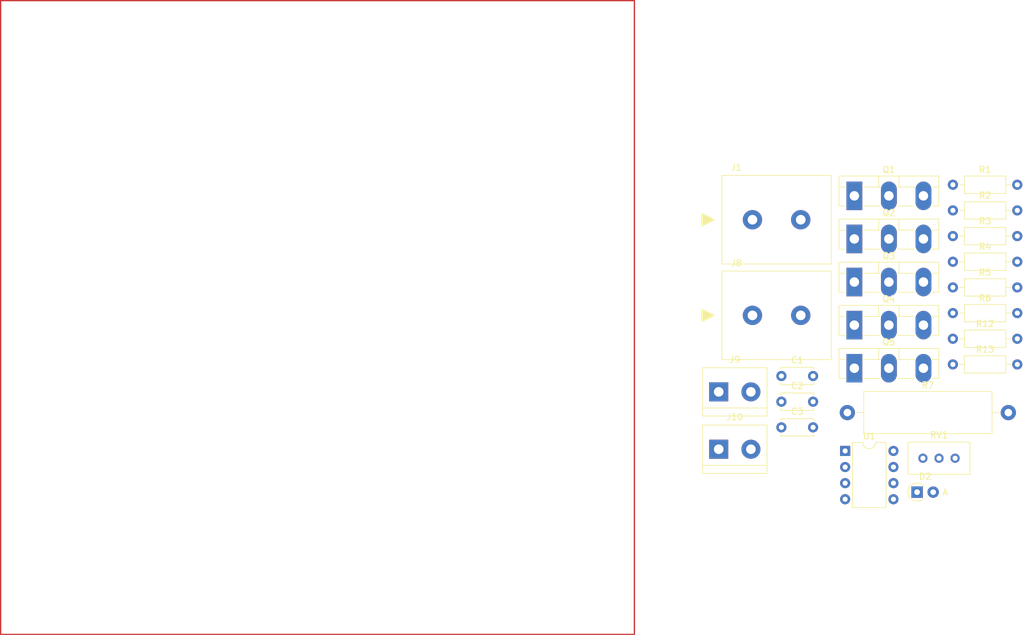
<source format=kicad_pcb>
(kicad_pcb (version 20240108) (generator "pcbnew") (generator_version "8.0")
  (layers (0 "F.Cu" signal) (31 "B.Cu" signal) (34 "B.Paste" user) (35 "F.Paste" user) (36 "B.SilkS" user "B.Silkscreen") (37 "F.SilkS" user "F.Silkscreen") (38 "B.Mask" user) (39 "F.Mask" user) (44 "Edge.Cuts" user))
  (net 0 "")
  (net 1 "VCC")
  (net 2 "GND")
  (net 3 "Net-(J1-Pin_1)")
  (net 4 "Net-(J1-Pin_2)")
  (net 5 "/HP2")
  (net 6 "/HP1")
  (net 7 "/HN1")
  (net 8 "/HN2")
  (net 9 "Net-(Q2-S)")
  (net 10 "Net-(Q5-G)")
  (net 11 "Net-(Q5-S)")
  (net 12 "Net-(R5-Pad1)")
  (net 13 "Net-(U1A--)")
  (net 14 "Net-(U1B-+)")
  (net 15 "Net-(U1A-+)")
  (net 16 "Net-(U1B--)")
  (footprint "Potentiometer_THT:Potentiometer_Bourns_3296W_Vertical" (layer "F.Cu") (at 226.6 121.2)
    (property "Reference" "RV1" (at -2.54 -3.66 0) (layer "F.SilkS"))
    (property "Value" "3296W-1-103LF")
    (fp_line (start -7.425 -2.53) (end -7.425 2.54) (stroke (width 0.12)) (layer "F.SilkS"))
    (fp_line (start -7.425 -2.53) (end 2.345 -2.53) (stroke (width 0.12)) (layer "F.SilkS"))
    (fp_line (start -7.425 2.54) (end 2.345 2.54) (stroke (width 0.12)) (layer "F.SilkS"))
    (fp_line (start 2.345 -2.53) (end 2.345 2.54) (stroke (width 0.12)) (layer "F.SilkS"))
    (pad "1" thru_hole circle (at 0 0) (size 1.44 1.44) (drill 0.8) (layers "*.Cu" "*.Mask") (net 1 "VCC"))
    (pad "2" thru_hole circle (at -2.54 0) (size 1.44 1.44) (drill 0.8) (layers "*.Cu" "*.Mask") (net 15 "Net-(U1A-+)"))
    (pad "3" thru_hole circle (at -5.08 0) (size 1.44 1.44) (drill 0.8) (layers "*.Cu" "*.Mask") (net 2 "GND"))
  )
  (footprint "Capacitor_THT:C_Disc_D5.0mm_W2.5mm_P5.00mm" (layer "F.Cu") (at 199.19 112.28)
    (property "Reference" "C2" (at 2.5 -2.5 0) (layer "F.SilkS"))
    (property "Value" "474C25")
    (fp_line (start -0.12 -1.37) (end -0.12 -1.055) (stroke (width 0.12)) (layer "F.SilkS"))
    (fp_line (start -0.12 -1.37) (end 5.12 -1.37) (stroke (width 0.12)) (layer "F.SilkS"))
    (fp_line (start -0.12 1.055) (end -0.12 1.37) (stroke (width 0.12)) (layer "F.SilkS"))
    (fp_line (start -0.12 1.37) (end 5.12 1.37) (stroke (width 0.12)) (layer "F.SilkS"))
    (fp_line (start 5.12 -1.37) (end 5.12 -1.055) (stroke (width 0.12)) (layer "F.SilkS"))
    (fp_line (start 5.12 1.055) (end 5.12 1.37) (stroke (width 0.12)) (layer "F.SilkS"))
    (pad "1" thru_hole circle (at 0 0) (size 1.6 1.6) (drill 0.8) (layers "*.Cu" "*.Mask") (net 1 "VCC"))
    (pad "2" thru_hole circle (at 5 0) (size 1.6 1.6) (drill 0.8) (layers "*.Cu" "*.Mask") (net 2 "GND"))
  )
  (footprint "0_Terminal_Sato:ML-40-S1BYF-2P" (layer "F.Cu") (at 194.625 83.57)
    (property "Reference" "J1" (at -2.54 -8.255 0) (layer "F.SilkS"))
    (property "Value" "ML-40-S1BYF-2P")
    (fp_rect (start -4.826 -6.985) (end 12.446 6.985) (stroke (width 0.12)) (fill none) (layer "F.SilkS"))
    (fp_poly (pts (xy -6 0) (xy -8 -1) (xy -8 1)) (stroke (width 0.12)) (fill solid) (layer "F.SilkS"))
    (pad "1" thru_hole circle (at 0 0) (size 3.048 3.048) (drill 1.524) (layers "*.Cu" "*.Mask") (net 3 "Net-(J1-Pin_1)"))
    (pad "2" thru_hole circle (at 7.62 0) (size 3.048 3.048) (drill 1.524) (layers "*.Cu" "*.Mask") (net 4 "Net-(J1-Pin_2)"))
  )
  (footprint "Package_DIP:DIP-8_W7.62mm" (layer "F.Cu") (at 209.25 120.05)
    (property "Reference" "U1" (at 3.81 -2.33 0) (layer "F.SilkS"))
    (property "Value" "LM358")
    (fp_line (start 1.16 -1.33) (end 1.16 8.95) (stroke (width 0.12)) (layer "F.SilkS"))
    (fp_line (start 1.16 8.95) (end 6.46 8.95) (stroke (width 0.12)) (layer "F.SilkS"))
    (fp_line (start 2.81 -1.33) (end 1.16 -1.33) (stroke (width 0.12)) (layer "F.SilkS"))
    (fp_line (start 6.46 -1.33) (end 4.81 -1.33) (stroke (width 0.12)) (layer "F.SilkS"))
    (fp_line (start 6.46 8.95) (end 6.46 -1.33) (stroke (width 0.12)) (layer "F.SilkS"))
    (fp_arc (start 4.81 -1.33) (mid 3.81 -0.33) (end 2.81 -1.33) (stroke (width 0.12)) (layer "F.SilkS"))
    (pad "1" thru_hole rect (at 0 0) (size 1.6 1.6) (drill 0.8) (layers "*.Cu" "*.Mask") (net 12 "Net-(R5-Pad1)"))
    (pad "2" thru_hole oval (at 0 2.54) (size 1.6 1.6) (drill 0.8) (layers "*.Cu" "*.Mask") (net 13 "Net-(U1A--)"))
    (pad "3" thru_hole oval (at 0 5.08) (size 1.6 1.6) (drill 0.8) (layers "*.Cu" "*.Mask") (net 15 "Net-(U1A-+)"))
    (pad "4" thru_hole oval (at 0 7.62) (size 1.6 1.6) (drill 0.8) (layers "*.Cu" "*.Mask") (net 2 "GND"))
    (pad "5" thru_hole oval (at 7.62 7.62) (size 1.6 1.6) (drill 0.8) (layers "*.Cu" "*.Mask") (net 14 "Net-(U1B-+)"))
    (pad "6" thru_hole oval (at 7.62 5.08) (size 1.6 1.6) (drill 0.8) (layers "*.Cu" "*.Mask") (net 16 "Net-(U1B--)"))
    (pad "7" thru_hole oval (at 7.62 2.54) (size 1.6 1.6) (drill 0.8) (layers "*.Cu" "*.Mask") (net 16 "Net-(U1B--)"))
    (pad "8" thru_hole oval (at 7.62 0) (size 1.6 1.6) (drill 0.8) (layers "*.Cu" "*.Mask") (net 1 "VCC"))
  )
  (footprint "Package_TO_SOT_THT:TO-3P-3_Vertical" (layer "F.Cu") (at 210.7 107)
    (property "Reference" "Q5" (at 5.45 -4.12 0) (layer "F.SilkS"))
    (property "Value" "2SK2232")
    (fp_line (start -2.42 -3.12) (end -2.42 1.62) (stroke (width 0.12)) (layer "F.SilkS"))
    (fp_line (start -2.42 -3.12) (end 13.32 -3.12) (stroke (width 0.12)) (layer "F.SilkS"))
    (fp_line (start -2.42 -1.38) (end -1.4 -1.38) (stroke (width 0.12)) (layer "F.SilkS"))
    (fp_line (start -2.42 1.62) (end -1.4 1.62) (stroke (width 0.12)) (layer "F.SilkS"))
    (fp_line (start 1.4 -1.38) (end 4.051 -1.38) (stroke (width 0.12)) (layer "F.SilkS"))
    (fp_line (start 1.4 1.62) (end 4.051 1.62) (stroke (width 0.12)) (layer "F.SilkS"))
    (fp_line (start 3.85 -3.12) (end 3.85 -1.38) (stroke (width 0.12)) (layer "F.SilkS"))
    (fp_line (start 6.85 -1.38) (end 9.5 -1.38) (stroke (width 0.12)) (layer "F.SilkS"))
    (fp_line (start 6.85 1.62) (end 9.5 1.62) (stroke (width 0.12)) (layer "F.SilkS"))
    (fp_line (start 7.051 -3.12) (end 7.051 -1.38) (stroke (width 0.12)) (layer "F.SilkS"))
    (fp_line (start 12.3 -1.38) (end 13.32 -1.38) (stroke (width 0.12)) (layer "F.SilkS"))
    (fp_line (start 12.3 1.62) (end 13.32 1.62) (stroke (width 0.12)) (layer "F.SilkS"))
    (fp_line (start 13.32 -3.12) (end 13.32 1.62) (stroke (width 0.12)) (layer "F.SilkS"))
    (pad "1" thru_hole rect (at 0 0) (size 2.5 4.5) (drill 1.5) (layers "*.Cu" "*.Mask") (net 10 "Net-(Q5-G)"))
    (pad "2" thru_hole oval (at 5.45 0) (size 2.5 4.5) (drill 1.5) (layers "*.Cu" "*.Mask") (net 9 "Net-(Q2-S)"))
    (pad "3" thru_hole oval (at 10.9 0) (size 2.5 4.5) (drill 1.5) (layers "*.Cu" "*.Mask") (net 11 "Net-(Q5-S)"))
  )
  (footprint "Resistor_THT:R_Axial_DIN0207_L6.3mm_D2.5mm_P10.16mm_Horizontal" (layer "F.Cu") (at 226.25 90.2)
    (property "Reference" "R4" (at 5.08 -2.37 0) (layer "F.SilkS"))
    (property "Value" "103C1S4")
    (fp_line (start 1.04 0) (end 1.81 0) (stroke (width 0.12)) (layer "F.SilkS"))
    (fp_line (start 1.81 -1.37) (end 1.81 1.37) (stroke (width 0.12)) (layer "F.SilkS"))
    (fp_line (start 1.81 1.37) (end 8.35 1.37) (stroke (width 0.12)) (layer "F.SilkS"))
    (fp_line (start 8.35 -1.37) (end 1.81 -1.37) (stroke (width 0.12)) (layer "F.SilkS"))
    (fp_line (start 8.35 1.37) (end 8.35 -1.37) (stroke (width 0.12)) (layer "F.SilkS"))
    (fp_line (start 9.12 0) (end 8.35 0) (stroke (width 0.12)) (layer "F.SilkS"))
    (pad "1" thru_hole circle (at 0 0) (size 1.6 1.6) (drill 0.8) (layers "*.Cu" "*.Mask") (net 8 "/HN2"))
    (pad "2" thru_hole oval (at 10.16 0) (size 1.6 1.6) (drill 0.8) (layers "*.Cu" "*.Mask") (net 9 "Net-(Q2-S)"))
  )
  (footprint "Resistor_THT:R_Axial_DIN0207_L6.3mm_D2.5mm_P10.16mm_Horizontal" (layer "F.Cu") (at 226.25 106.4)
    (property "Reference" "R13" (at 5.08 -2.37 0) (layer "F.SilkS"))
    (property "Value" "103C1S4")
    (fp_line (start 1.04 0) (end 1.81 0) (stroke (width 0.12)) (layer "F.SilkS"))
    (fp_line (start 1.81 -1.37) (end 1.81 1.37) (stroke (width 0.12)) (layer "F.SilkS"))
    (fp_line (start 1.81 1.37) (end 8.35 1.37) (stroke (width 0.12)) (layer "F.SilkS"))
    (fp_line (start 8.35 -1.37) (end 1.81 -1.37) (stroke (width 0.12)) (layer "F.SilkS"))
    (fp_line (start 8.35 1.37) (end 8.35 -1.37) (stroke (width 0.12)) (layer "F.SilkS"))
    (fp_line (start 9.12 0) (end 8.35 0) (stroke (width 0.12)) (layer "F.SilkS"))
    (pad "1" thru_hole circle (at 0 0) (size 1.6 1.6) (drill 0.8) (layers "*.Cu" "*.Mask") (net 14 "Net-(U1B-+)"))
    (pad "2" thru_hole oval (at 10.16 0) (size 1.6 1.6) (drill 0.8) (layers "*.Cu" "*.Mask") (net 2 "GND"))
  )
  (footprint "Package_TO_SOT_THT:TO-3P-3_Vertical" (layer "F.Cu") (at 210.7 93.4)
    (property "Reference" "Q3" (at 5.45 -4.12 0) (layer "F.SilkS"))
    (property "Value" "2SJ334")
    (fp_line (start -2.42 -3.12) (end -2.42 1.62) (stroke (width 0.12)) (layer "F.SilkS"))
    (fp_line (start -2.42 -3.12) (end 13.32 -3.12) (stroke (width 0.12)) (layer "F.SilkS"))
    (fp_line (start -2.42 -1.38) (end -1.4 -1.38) (stroke (width 0.12)) (layer "F.SilkS"))
    (fp_line (start -2.42 1.62) (end -1.4 1.62) (stroke (width 0.12)) (layer "F.SilkS"))
    (fp_line (start 1.4 -1.38) (end 4.051 -1.38) (stroke (width 0.12)) (layer "F.SilkS"))
    (fp_line (start 1.4 1.62) (end 4.051 1.62) (stroke (width 0.12)) (layer "F.SilkS"))
    (fp_line (start 3.85 -3.12) (end 3.85 -1.38) (stroke (width 0.12)) (layer "F.SilkS"))
    (fp_line (start 6.85 -1.38) (end 9.5 -1.38) (stroke (width 0.12)) (layer "F.SilkS"))
    (fp_line (start 6.85 1.62) (end 9.5 1.62) (stroke (width 0.12)) (layer "F.SilkS"))
    (fp_line (start 7.051 -3.12) (end 7.051 -1.38) (stroke (width 0.12)) (layer "F.SilkS"))
    (fp_line (start 12.3 -1.38) (end 13.32 -1.38) (stroke (width 0.12)) (layer "F.SilkS"))
    (fp_line (start 12.3 1.62) (end 13.32 1.62) (stroke (width 0.12)) (layer "F.SilkS"))
    (fp_line (start 13.32 -3.12) (end 13.32 1.62) (stroke (width 0.12)) (layer "F.SilkS"))
    (pad "1" thru_hole rect (at 0 0) (size 2.5 4.5) (drill 1.5) (layers "*.Cu" "*.Mask") (net 6 "/HP1"))
    (pad "2" thru_hole oval (at 5.45 0) (size 2.5 4.5) (drill 1.5) (layers "*.Cu" "*.Mask") (net 3 "Net-(J1-Pin_1)"))
    (pad "3" thru_hole oval (at 10.9 0) (size 2.5 4.5) (drill 1.5) (layers "*.Cu" "*.Mask") (net 1 "VCC"))
  )
  (footprint "Capacitor_THT:C_Disc_D5.0mm_W2.5mm_P5.00mm" (layer "F.Cu") (at 199.19 108.23)
    (property "Reference" "C1" (at 2.5 -2.5 0) (layer "F.SilkS"))
    (property "Value" "474C25")
    (fp_line (start -0.12 -1.37) (end -0.12 -1.055) (stroke (width 0.12)) (layer "F.SilkS"))
    (fp_line (start -0.12 -1.37) (end 5.12 -1.37) (stroke (width 0.12)) (layer "F.SilkS"))
    (fp_line (start -0.12 1.055) (end -0.12 1.37) (stroke (width 0.12)) (layer "F.SilkS"))
    (fp_line (start -0.12 1.37) (end 5.12 1.37) (stroke (width 0.12)) (layer "F.SilkS"))
    (fp_line (start 5.12 -1.37) (end 5.12 -1.055) (stroke (width 0.12)) (layer "F.SilkS"))
    (fp_line (start 5.12 1.055) (end 5.12 1.37) (stroke (width 0.12)) (layer "F.SilkS"))
    (pad "1" thru_hole circle (at 0 0) (size 1.6 1.6) (drill 0.8) (layers "*.Cu" "*.Mask") (net 1 "VCC"))
    (pad "2" thru_hole circle (at 5 0) (size 1.6 1.6) (drill 0.8) (layers "*.Cu" "*.Mask") (net 2 "GND"))
  )
  (footprint "Resistor_THT:R_Axial_DIN0207_L6.3mm_D2.5mm_P10.16mm_Horizontal" (layer "F.Cu") (at 226.25 102.35)
    (property "Reference" "R12" (at 5.08 -2.37 0) (layer "F.SilkS"))
    (property "Value" "103C1S4")
    (fp_line (start 1.04 0) (end 1.81 0) (stroke (width 0.12)) (layer "F.SilkS"))
    (fp_line (start 1.81 -1.37) (end 1.81 1.37) (stroke (width 0.12)) (layer "F.SilkS"))
    (fp_line (start 1.81 1.37) (end 8.35 1.37) (stroke (width 0.12)) (layer "F.SilkS"))
    (fp_line (start 8.35 -1.37) (end 1.81 -1.37) (stroke (width 0.12)) (layer "F.SilkS"))
    (fp_line (start 8.35 1.37) (end 8.35 -1.37) (stroke (width 0.12)) (layer "F.SilkS"))
    (fp_line (start 9.12 0) (end 8.35 0) (stroke (width 0.12)) (layer "F.SilkS"))
    (pad "1" thru_hole circle (at 0 0) (size 1.6 1.6) (drill 0.8) (layers "*.Cu" "*.Mask") (net 1 "VCC"))
    (pad "2" thru_hole oval (at 10.16 0) (size 1.6 1.6) (drill 0.8) (layers "*.Cu" "*.Mask") (net 14 "Net-(U1B-+)"))
  )
  (footprint "0_Terminal_Sato:ML-40-S1BYF-2P" (layer "F.Cu") (at 194.625 98.66)
    (property "Reference" "J8" (at -2.54 -8.255 0) (layer "F.SilkS"))
    (property "Value" "ML-40-S1BYF-2P")
    (fp_rect (start -4.826 -6.985) (end 12.446 6.985) (stroke (width 0.12)) (fill none) (layer "F.SilkS"))
    (fp_poly (pts (xy -6 0) (xy -8 -1) (xy -8 1)) (stroke (width 0.12)) (fill solid) (layer "F.SilkS"))
    (pad "1" thru_hole circle (at 0 0) (size 3.048 3.048) (drill 1.524) (layers "*.Cu" "*.Mask") (net 1 "VCC"))
    (pad "2" thru_hole circle (at 7.62 0) (size 3.048 3.048) (drill 1.524) (layers "*.Cu" "*.Mask") (net 2 "GND"))
  )
  (footprint "Diode_THT:D_A-405_P2.54mm_Vertical_AnodeUp" (layer "F.Cu") (at 220.6 126.55)
    (property "Reference" "D2" (at 1.27 -2.47 0) (layer "F.SilkS"))
    (property "Value" "D_Zener")
    (fp_arc (start 1.05385 0.968866) (mid -1.430816 -0.045469) (end 1.113239 -0.9) (stroke (width 0.12)) (layer "F.SilkS"))
    (fp_text user "A" (at 4.44 0 0) (layer "F.SilkS"))
    (pad "1" thru_hole rect (at 0 0) (size 1.8 1.8) (drill 0.9) (layers "*.Cu" "*.Mask") (net 2 "GND"))
    (pad "2" thru_hole oval (at 2.54 0) (size 1.8 1.8) (drill 0.9) (layers "*.Cu" "*.Mask") (net 2 "GND"))
  )
  (footprint "Resistor_THT:R_Axial_DIN0207_L6.3mm_D2.5mm_P10.16mm_Horizontal" (layer "F.Cu") (at 226.25 94.25)
    (property "Reference" "R5" (at 5.08 -2.37 0) (layer "F.SilkS"))
    (property "Value" "223C1S4")
    (fp_line (start 1.04 0) (end 1.81 0) (stroke (width 0.12)) (layer "F.SilkS"))
    (fp_line (start 1.81 -1.37) (end 1.81 1.37) (stroke (width 0.12)) (layer "F.SilkS"))
    (fp_line (start 1.81 1.37) (end 8.35 1.37) (stroke (width 0.12)) (layer "F.SilkS"))
    (fp_line (start 8.35 -1.37) (end 1.81 -1.37) (stroke (width 0.12)) (layer "F.SilkS"))
    (fp_line (start 8.35 1.37) (end 8.35 -1.37) (stroke (width 0.12)) (layer "F.SilkS"))
    (fp_line (start 9.12 0) (end 8.35 0) (stroke (width 0.12)) (layer "F.SilkS"))
    (pad "1" thru_hole circle (at 0 0) (size 1.6 1.6) (drill 0.8) (layers "*.Cu" "*.Mask") (net 12 "Net-(R5-Pad1)"))
    (pad "2" thru_hole oval (at 10.16 0) (size 1.6 1.6) (drill 0.8) (layers "*.Cu" "*.Mask") (net 10 "Net-(Q5-G)"))
  )
  (footprint "Capacitor_THT:C_Disc_D5.0mm_W2.5mm_P5.00mm" (layer "F.Cu") (at 199.19 116.33)
    (property "Reference" "C3" (at 2.5 -2.5 0) (layer "F.SilkS"))
    (property "Value" "105C25")
    (fp_line (start -0.12 -1.37) (end -0.12 -1.055) (stroke (width 0.12)) (layer "F.SilkS"))
    (fp_line (start -0.12 -1.37) (end 5.12 -1.37) (stroke (width 0.12)) (layer "F.SilkS"))
    (fp_line (start -0.12 1.055) (end -0.12 1.37) (stroke (width 0.12)) (layer "F.SilkS"))
    (fp_line (start -0.12 1.37) (end 5.12 1.37) (stroke (width 0.12)) (layer "F.SilkS"))
    (fp_line (start 5.12 -1.37) (end 5.12 -1.055) (stroke (width 0.12)) (layer "F.SilkS"))
    (fp_line (start 5.12 1.055) (end 5.12 1.37) (stroke (width 0.12)) (layer "F.SilkS"))
    (pad "1" thru_hole circle (at 0 0) (size 1.6 1.6) (drill 0.8) (layers "*.Cu" "*.Mask") (net 1 "VCC"))
    (pad "2" thru_hole circle (at 5 0) (size 1.6 1.6) (drill 0.8) (layers "*.Cu" "*.Mask") (net 2 "GND"))
  )
  (footprint "Resistor_THT:R_Axial_DIN0207_L6.3mm_D2.5mm_P10.16mm_Horizontal" (layer "F.Cu") (at 226.25 98.3)
    (property "Reference" "R6" (at 5.08 -2.37 0) (layer "F.SilkS"))
    (property "Value" "103C1S4")
    (fp_line (start 1.04 0) (end 1.81 0) (stroke (width 0.12)) (layer "F.SilkS"))
    (fp_line (start 1.81 -1.37) (end 1.81 1.37) (stroke (width 0.12)) (layer "F.SilkS"))
    (fp_line (start 1.81 1.37) (end 8.35 1.37) (stroke (width 0.12)) (layer "F.SilkS"))
    (fp_line (start 8.35 -1.37) (end 1.81 -1.37) (stroke (width 0.12)) (layer "F.SilkS"))
    (fp_line (start 8.35 1.37) (end 8.35 -1.37) (stroke (width 0.12)) (layer "F.SilkS"))
    (fp_line (start 9.12 0) (end 8.35 0) (stroke (width 0.12)) (layer "F.SilkS"))
    (pad "1" thru_hole circle (at 0 0) (size 1.6 1.6) (drill 0.8) (layers "*.Cu" "*.Mask") (net 13 "Net-(U1A--)"))
    (pad "2" thru_hole oval (at 10.16 0) (size 1.6 1.6) (drill 0.8) (layers "*.Cu" "*.Mask") (net 11 "Net-(Q5-S)"))
  )
  (footprint "Resistor_THT:R_Axial_DIN0207_L6.3mm_D2.5mm_P10.16mm_Horizontal" (layer "F.Cu") (at 226.25 86.15)
    (property "Reference" "R3" (at 5.08 -2.37 0) (layer "F.SilkS"))
    (property "Value" "103C1S4")
    (fp_line (start 1.04 0) (end 1.81 0) (stroke (width 0.12)) (layer "F.SilkS"))
    (fp_line (start 1.81 -1.37) (end 1.81 1.37) (stroke (width 0.12)) (layer "F.SilkS"))
    (fp_line (start 1.81 1.37) (end 8.35 1.37) (stroke (width 0.12)) (layer "F.SilkS"))
    (fp_line (start 8.35 -1.37) (end 1.81 -1.37) (stroke (width 0.12)) (layer "F.SilkS"))
    (fp_line (start 8.35 1.37) (end 8.35 -1.37) (stroke (width 0.12)) (layer "F.SilkS"))
    (fp_line (start 9.12 0) (end 8.35 0) (stroke (width 0.12)) (layer "F.SilkS"))
    (pad "1" thru_hole circle (at 0 0) (size 1.6 1.6) (drill 0.8) (layers "*.Cu" "*.Mask") (net 1 "VCC"))
    (pad "2" thru_hole oval (at 10.16 0) (size 1.6 1.6) (drill 0.8) (layers "*.Cu" "*.Mask") (net 5 "/HP2"))
  )
  (footprint "Package_TO_SOT_THT:TO-3P-3_Vertical" (layer "F.Cu") (at 210.7 86.6)
    (property "Reference" "Q2" (at 5.45 -4.12 0) (layer "F.SilkS"))
    (property "Value" "2SK2232")
    (fp_line (start -2.42 -3.12) (end -2.42 1.62) (stroke (width 0.12)) (layer "F.SilkS"))
    (fp_line (start -2.42 -3.12) (end 13.32 -3.12) (stroke (width 0.12)) (layer "F.SilkS"))
    (fp_line (start -2.42 -1.38) (end -1.4 -1.38) (stroke (width 0.12)) (layer "F.SilkS"))
    (fp_line (start -2.42 1.62) (end -1.4 1.62) (stroke (width 0.12)) (layer "F.SilkS"))
    (fp_line (start 1.4 -1.38) (end 4.051 -1.38) (stroke (width 0.12)) (layer "F.SilkS"))
    (fp_line (start 1.4 1.62) (end 4.051 1.62) (stroke (width 0.12)) (layer "F.SilkS"))
    (fp_line (start 3.85 -3.12) (end 3.85 -1.38) (stroke (width 0.12)) (layer "F.SilkS"))
    (fp_line (start 6.85 -1.38) (end 9.5 -1.38) (stroke (width 0.12)) (layer "F.SilkS"))
    (fp_line (start 6.85 1.62) (end 9.5 1.62) (stroke (width 0.12)) (layer "F.SilkS"))
    (fp_line (start 7.051 -3.12) (end 7.051 -1.38) (stroke (width 0.12)) (layer "F.SilkS"))
    (fp_line (start 12.3 -1.38) (end 13.32 -1.38) (stroke (width 0.12)) (layer "F.SilkS"))
    (fp_line (start 12.3 1.62) (end 13.32 1.62) (stroke (width 0.12)) (layer "F.SilkS"))
    (fp_line (start 13.32 -3.12) (end 13.32 1.62) (stroke (width 0.12)) (layer "F.SilkS"))
    (pad "1" thru_hole rect (at 0 0) (size 2.5 4.5) (drill 1.5) (layers "*.Cu" "*.Mask") (net 8 "/HN2"))
    (pad "2" thru_hole oval (at 5.45 0) (size 2.5 4.5) (drill 1.5) (layers "*.Cu" "*.Mask") (net 4 "Net-(J1-Pin_2)"))
    (pad "3" thru_hole oval (at 10.9 0) (size 2.5 4.5) (drill 1.5) (layers "*.Cu" "*.Mask") (net 9 "Net-(Q2-S)"))
  )
  (footprint "Resistor_THT:R_Axial_Power_L20.0mm_W6.4mm_P25.40mm" (layer "F.Cu") (at 209.6 114)
    (property "Reference" "R7" (at 12.7 -4.32 0) (layer "F.SilkS"))
    (property "Value" "GR-10W 0R1")
    (fp_line (start 1.44 0) (end 2.58 0) (stroke (width 0.12)) (layer "F.SilkS"))
    (fp_line (start 2.58 -3.32) (end 2.58 3.32) (stroke (width 0.12)) (layer "F.SilkS"))
    (fp_line (start 2.58 3.32) (end 22.82 3.32) (stroke (width 0.12)) (layer "F.SilkS"))
    (fp_line (start 22.82 -3.32) (end 2.58 -3.32) (stroke (width 0.12)) (layer "F.SilkS"))
    (fp_line (start 22.82 3.32) (end 22.82 -3.32) (stroke (width 0.12)) (layer "F.SilkS"))
    (fp_line (start 23.96 0) (end 22.82 0) (stroke (width 0.12)) (layer "F.SilkS"))
    (pad "1" thru_hole circle (at 0 0) (size 2.4 2.4) (drill 1.2) (layers "*.Cu" "*.Mask") (net 2 "GND"))
    (pad "2" thru_hole oval (at 25.4 0) (size 2.4 2.4) (drill 1.2) (layers "*.Cu" "*.Mask") (net 11 "Net-(Q5-S)"))
  )
  (footprint "Resistor_THT:R_Axial_DIN0207_L6.3mm_D2.5mm_P10.16mm_Horizontal" (layer "F.Cu") (at 226.25 82.1)
    (property "Reference" "R2" (at 5.08 -2.37 0) (layer "F.SilkS"))
    (property "Value" "103C1S4")
    (fp_line (start 1.04 0) (end 1.81 0) (stroke (width 0.12)) (layer "F.SilkS"))
    (fp_line (start 1.81 -1.37) (end 1.81 1.37) (stroke (width 0.12)) (layer "F.SilkS"))
    (fp_line (start 1.81 1.37) (end 8.35 1.37) (stroke (width 0.12)) (layer "F.SilkS"))
    (fp_line (start 8.35 -1.37) (end 1.81 -1.37) (stroke (width 0.12)) (layer "F.SilkS"))
    (fp_line (start 8.35 1.37) (end 8.35 -1.37) (stroke (width 0.12)) (layer "F.SilkS"))
    (fp_line (start 9.12 0) (end 8.35 0) (stroke (width 0.12)) (layer "F.SilkS"))
    (pad "1" thru_hole circle (at 0 0) (size 1.6 1.6) (drill 0.8) (layers "*.Cu" "*.Mask") (net 7 "/HN1"))
    (pad "2" thru_hole oval (at 10.16 0) (size 1.6 1.6) (drill 0.8) (layers "*.Cu" "*.Mask") (net 9 "Net-(Q2-S)"))
  )
  (footprint "Resistor_THT:R_Axial_DIN0207_L6.3mm_D2.5mm_P10.16mm_Horizontal" (layer "F.Cu") (at 226.25 78.05)
    (property "Reference" "R1" (at 5.08 -2.37 0) (layer "F.SilkS"))
    (property "Value" "103C1S4")
    (fp_line (start 1.04 0) (end 1.81 0) (stroke (width 0.12)) (layer "F.SilkS"))
    (fp_line (start 1.81 -1.37) (end 1.81 1.37) (stroke (width 0.12)) (layer "F.SilkS"))
    (fp_line (start 1.81 1.37) (end 8.35 1.37) (stroke (width 0.12)) (layer "F.SilkS"))
    (fp_line (start 8.35 -1.37) (end 1.81 -1.37) (stroke (width 0.12)) (layer "F.SilkS"))
    (fp_line (start 8.35 1.37) (end 8.35 -1.37) (stroke (width 0.12)) (layer "F.SilkS"))
    (fp_line (start 9.12 0) (end 8.35 0) (stroke (width 0.12)) (layer "F.SilkS"))
    (pad "1" thru_hole circle (at 0 0) (size 1.6 1.6) (drill 0.8) (layers "*.Cu" "*.Mask") (net 1 "VCC"))
    (pad "2" thru_hole oval (at 10.16 0) (size 1.6 1.6) (drill 0.8) (layers "*.Cu" "*.Mask") (net 6 "/HP1"))
  )
  (footprint "Package_TO_SOT_THT:TO-3P-3_Vertical" (layer "F.Cu") (at 210.7 79.8)
    (property "Reference" "Q1" (at 5.45 -4.12 0) (layer "F.SilkS"))
    (property "Value" "2SJ334")
    (fp_line (start -2.42 -3.12) (end -2.42 1.62) (stroke (width 0.12)) (layer "F.SilkS"))
    (fp_line (start -2.42 -3.12) (end 13.32 -3.12) (stroke (width 0.12)) (layer "F.SilkS"))
    (fp_line (start -2.42 -1.38) (end -1.4 -1.38) (stroke (width 0.12)) (layer "F.SilkS"))
    (fp_line (start -2.42 1.62) (end -1.4 1.62) (stroke (width 0.12)) (layer "F.SilkS"))
    (fp_line (start 1.4 -1.38) (end 4.051 -1.38) (stroke (width 0.12)) (layer "F.SilkS"))
    (fp_line (start 1.4 1.62) (end 4.051 1.62) (stroke (width 0.12)) (layer "F.SilkS"))
    (fp_line (start 3.85 -3.12) (end 3.85 -1.38) (stroke (width 0.12)) (layer "F.SilkS"))
    (fp_line (start 6.85 -1.38) (end 9.5 -1.38) (stroke (width 0.12)) (layer "F.SilkS"))
    (fp_line (start 6.85 1.62) (end 9.5 1.62) (stroke (width 0.12)) (layer "F.SilkS"))
    (fp_line (start 7.051 -3.12) (end 7.051 -1.38) (stroke (width 0.12)) (layer "F.SilkS"))
    (fp_line (start 12.3 -1.38) (end 13.32 -1.38) (stroke (width 0.12)) (layer "F.SilkS"))
    (fp_line (start 12.3 1.62) (end 13.32 1.62) (stroke (width 0.12)) (layer "F.SilkS"))
    (fp_line (start 13.32 -3.12) (end 13.32 1.62) (stroke (width 0.12)) (layer "F.SilkS"))
    (pad "1" thru_hole rect (at 0 0) (size 2.5 4.5) (drill 1.5) (layers "*.Cu" "*.Mask") (net 5 "/HP2"))
    (pad "2" thru_hole oval (at 5.45 0) (size 2.5 4.5) (drill 1.5) (layers "*.Cu" "*.Mask") (net 4 "Net-(J1-Pin_2)"))
    (pad "3" thru_hole oval (at 10.9 0) (size 2.5 4.5) (drill 1.5) (layers "*.Cu" "*.Mask") (net 1 "VCC"))
  )
  (footprint "TerminalBlock:TerminalBlock_bornier-2_P5.08mm" (layer "F.Cu") (at 189.3 119.78)
    (property "Reference" "J10" (at 2.54 -5.08 0) (layer "F.SilkS"))
    (property "Value" "TB111-2-2-E-1-1")
    (fp_line (start -2.54 -3.81) (end -2.54 3.81) (stroke (width 0.12)) (layer "F.SilkS"))
    (fp_line (start -2.54 3.81) (end 7.62 3.81) (stroke (width 0.12)) (layer "F.SilkS"))
    (fp_line (start 7.62 -3.81) (end -2.54 -3.81) (stroke (width 0.12)) (layer "F.SilkS"))
    (fp_line (start 7.62 2.54) (end -2.54 2.54) (stroke (width 0.12)) (layer "F.SilkS"))
    (fp_line (start 7.62 3.81) (end 7.62 -3.81) (stroke (width 0.12)) (layer "F.SilkS"))
    (pad "1" thru_hole rect (at 0 0) (size 3 3) (drill 1.52) (layers "*.Cu" "*.Mask") (net 7 "/HN1"))
    (pad "2" thru_hole circle (at 5.08 0) (size 3 3) (drill 1.52) (layers "*.Cu" "*.Mask") (net 8 "/HN2"))
  )
  (footprint "Package_TO_SOT_THT:TO-3P-3_Vertical" (layer "F.Cu") (at 210.7 100.2)
    (property "Reference" "Q4" (at 5.45 -4.12 0) (layer "F.SilkS"))
    (property "Value" "2SK2232")
    (fp_line (start -2.42 -3.12) (end -2.42 1.62) (stroke (width 0.12)) (layer "F.SilkS"))
    (fp_line (start -2.42 -3.12) (end 13.32 -3.12) (stroke (width 0.12)) (layer "F.SilkS"))
    (fp_line (start -2.42 -1.38) (end -1.4 -1.38) (stroke (width 0.12)) (layer "F.SilkS"))
    (fp_line (start -2.42 1.62) (end -1.4 1.62) (stroke (width 0.12)) (layer "F.SilkS"))
    (fp_line (start 1.4 -1.38) (end 4.051 -1.38) (stroke (width 0.12)) (layer "F.SilkS"))
    (fp_line (start 1.4 1.62) (end 4.051 1.62) (stroke (width 0.12)) (layer "F.SilkS"))
    (fp_line (start 3.85 -3.12) (end 3.85 -1.38) (stroke (width 0.12)) (layer "F.SilkS"))
    (fp_line (start 6.85 -1.38) (end 9.5 -1.38) (stroke (width 0.12)) (layer "F.SilkS"))
    (fp_line (start 6.85 1.62) (end 9.5 1.62) (stroke (width 0.12)) (layer "F.SilkS"))
    (fp_line (start 7.051 -3.12) (end 7.051 -1.38) (stroke (width 0.12)) (layer "F.SilkS"))
    (fp_line (start 12.3 -1.38) (end 13.32 -1.38) (stroke (width 0.12)) (layer "F.SilkS"))
    (fp_line (start 12.3 1.62) (end 13.32 1.62) (stroke (width 0.12)) (layer "F.SilkS"))
    (fp_line (start 13.32 -3.12) (end 13.32 1.62) (stroke (width 0.12)) (layer "F.SilkS"))
    (pad "1" thru_hole rect (at 0 0) (size 2.5 4.5) (drill 1.5) (layers "*.Cu" "*.Mask") (net 7 "/HN1"))
    (pad "2" thru_hole oval (at 5.45 0) (size 2.5 4.5) (drill 1.5) (layers "*.Cu" "*.Mask") (net 3 "Net-(J1-Pin_1)"))
    (pad "3" thru_hole oval (at 10.9 0) (size 2.5 4.5) (drill 1.5) (layers "*.Cu" "*.Mask") (net 9 "Net-(Q2-S)"))
  )
  (footprint "TerminalBlock:TerminalBlock_bornier-2_P5.08mm" (layer "F.Cu") (at 189.3 110.73)
    (property "Reference" "J9" (at 2.54 -5.08 0) (layer "F.SilkS"))
    (property "Value" "TB111-2-2-E-1-1")
    (fp_line (start -2.54 -3.81) (end -2.54 3.81) (stroke (width 0.12)) (layer "F.SilkS"))
    (fp_line (start -2.54 3.81) (end 7.62 3.81) (stroke (width 0.12)) (layer "F.SilkS"))
    (fp_line (start 7.62 -3.81) (end -2.54 -3.81) (stroke (width 0.12)) (layer "F.SilkS"))
    (fp_line (start 7.62 2.54) (end -2.54 2.54) (stroke (width 0.12)) (layer "F.SilkS"))
    (fp_line (start 7.62 3.81) (end 7.62 -3.81) (stroke (width 0.12)) (layer "F.SilkS"))
    (pad "1" thru_hole rect (at 0 0) (size 3 3) (drill 1.52) (layers "*.Cu" "*.Mask") (net 6 "/HP1"))
    (pad "2" thru_hole circle (at 5.08 0) (size 3 3) (drill 1.52) (layers "*.Cu" "*.Mask") (net 5 "/HP2"))
  )
  (gr_rect (start 76 49) (end 176 149) (stroke (width 0.2)) (fill none) (layer "F.Cu"))
)
</source>
